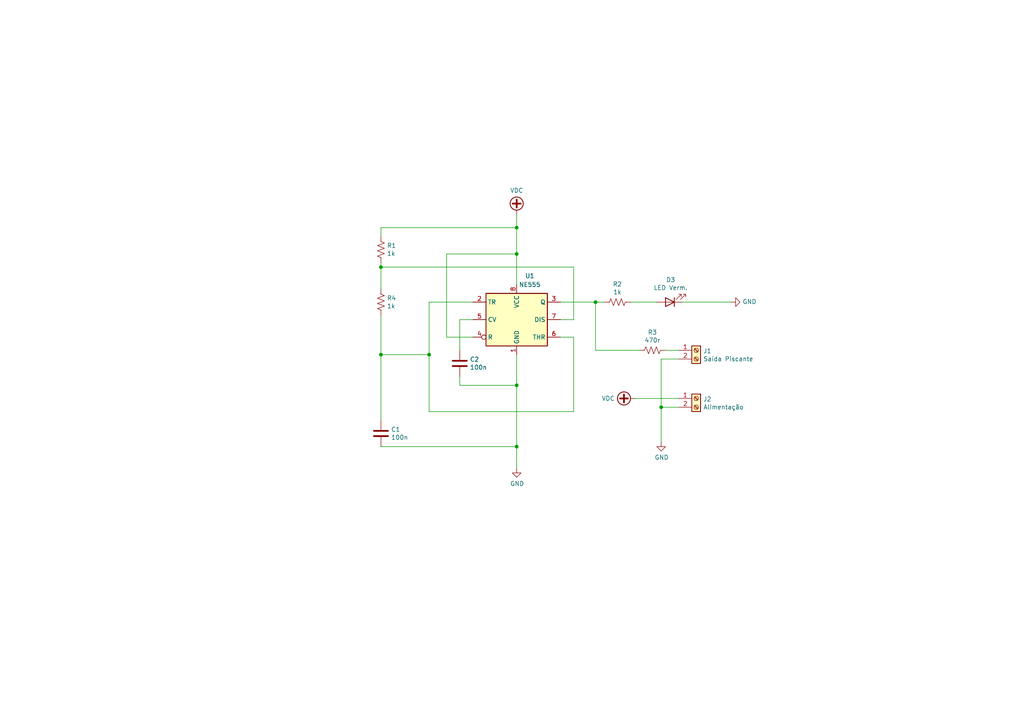
<source format=kicad_sch>
(kicad_sch (version 20231120) (generator "eeschema") (generator_version "8.0")
  (paper "A4")
  (lib_symbols
    (symbol "555-Oscilador-pisca-r01-rescue:GND-power" (power) (pin_names (offset 0))
      (property "Value" "power_GND" (at 0 -3.81 0))
      (symbol "GND-power_0_1"
        (polyline (pts (xy 0 0) (xy 0 -1.27) (xy 1.27 -1.27) (xy 0 -2.54) (xy -1.27 -1.27) (xy 0 -1.27)))
      )
      (symbol "GND-power_1_1"
        (pin power_in line (at 0 0 270) (length 0) hide (name "GND") (number "1"))
      )
    )
    (symbol "555-Oscilador-pisca-r01-rescue:NE555-Timer"
      (property "Reference" "U" (at -10.16 8.89 0))
      (property "Value" "Timer_NE555" (at 2.54 8.89 0))
      (symbol "NE555-Timer_0_0"
        (pin power_in line (at 0 -10.16 90) (length 2.54) (name "GND") (number "1"))
        (pin power_in line (at 0 10.16 270) (length 2.54) (name "VCC") (number "8"))
      )
      (symbol "NE555-Timer_0_1"
        (rectangle (start -8.89 -7.62) (end 8.89 7.62) (stroke (width 0.254)) (fill (type background)))
        (rectangle (start -8.89 -7.62) (end 8.89 7.62) (stroke (width 0.254)) (fill (type background)))
      )
      (symbol "NE555-Timer_1_1"
        (pin input line (at -12.7 5.08 0) (length 3.81) (name "TR") (number "2"))
        (pin output line (at 12.7 5.08 180) (length 3.81) (name "Q") (number "3"))
        (pin input inverted (at -12.7 -5.08 0) (length 3.81) (name "R") (number "4"))
        (pin input line (at -12.7 0 0) (length 3.81) (name "CV") (number "5"))
        (pin input line (at 12.7 -5.08 180) (length 3.81) (name "THR") (number "6"))
        (pin input line (at 12.7 0 180) (length 3.81) (name "DIS") (number "7"))
      )
    )
    (symbol "555-Oscilador-pisca-r01-rescue:VDC-power" (power) (pin_names (offset 0))
      (property "Value" "power_VDC" (at 0 6.35 0))
      (symbol "VDC-power_0_1"
        (polyline (pts (xy -1.143 3.175) (xy 1.143 3.175)) (stroke (width 0.508)))
        (polyline (pts (xy 0 0) (xy 0 1.27)))
        (polyline (pts (xy 0 2.032) (xy 0 4.318)) (stroke (width 0.508)))
        (circle (center 0 3.175) (radius 1.905) (stroke (width 0.254)))
      )
      (symbol "VDC-power_1_1"
        (pin power_in line (at 0 0 90) (length 0) hide (name "VDC") (number "1"))
      )
    )
    (symbol "Connector:Screw_Terminal_01x02" (pin_names (offset 1.016) hide)
      (property "Reference" "J" (at 0 2.54 0))
      (property "Value" "Screw_Terminal_01x02" (at 0 -5.08 0))
      (symbol "Screw_Terminal_01x02_1_1"
        (rectangle (start -1.27 1.27) (end 1.27 -3.81) (stroke (width 0.254)) (fill (type background)))
        (circle (center 0 -2.54) (radius 0.635) (stroke (width 0.1524)))
        (polyline (pts (xy -0.5334 -2.2098) (xy 0.3302 -3.048)) (stroke (width 0.1524)))
        (polyline (pts (xy -0.5334 0.3302) (xy 0.3302 -0.508)) (stroke (width 0.1524)))
        (polyline (pts (xy -0.3556 -2.032) (xy 0.508 -2.8702)) (stroke (width 0.1524)))
        (polyline (pts (xy -0.3556 0.508) (xy 0.508 -0.3302)) (stroke (width 0.1524)))
        (circle (center 0 0) (radius 0.635) (stroke (width 0.1524)))
        (pin passive line (at -5.08 0 0) (length 3.81) (name "Pin_1") (number "1"))
        (pin passive line (at -5.08 -2.54 0) (length 3.81) (name "Pin_2") (number "2"))
      )
    )
    (symbol "Device:C" (pin_numbers hide) (pin_names (offset 0.254))
      (property "Reference" "C" (at 0.635 2.54 0))
      (property "Value" "C" (at 0.635 -2.54 0))
      (symbol "C_0_1"
        (polyline (pts (xy -2.032 -0.762) (xy 2.032 -0.762)) (stroke (width 0.508)))
        (polyline (pts (xy -2.032 0.762) (xy 2.032 0.762)) (stroke (width 0.508)))
      )
      (symbol "C_1_1"
        (pin passive line (at 0 3.81 270) (length 2.794) (name "~") (number "1"))
        (pin passive line (at 0 -3.81 90) (length 2.794) (name "~") (number "2"))
      )
    )
    (symbol "Device:LED" (pin_numbers hide) (pin_names (offset 1.016) hide)
      (property "Reference" "D" (at 0 2.54 0))
      (property "Value" "LED" (at 0 -2.54 0))
      (symbol "LED_0_1"
        (polyline (pts (xy -1.27 -1.27) (xy -1.27 1.27)) (stroke (width 0.254)))
        (polyline (pts (xy -1.27 0) (xy 1.27 0)))
        (polyline (pts (xy 1.27 -1.27) (xy 1.27 1.27) (xy -1.27 0) (xy 1.27 -1.27)) (stroke (width 0.254)))
        (polyline (pts (xy -3.048 -0.762) (xy -4.572 -2.286) (xy -3.81 -2.286) (xy -4.572 -2.286) (xy -4.572 -1.524)))
        (polyline (pts (xy -1.778 -0.762) (xy -3.302 -2.286) (xy -2.54 -2.286) (xy -3.302 -2.286) (xy -3.302 -1.524)))
      )
      (symbol "LED_1_1"
        (pin passive line (at -3.81 0 0) (length 2.54) (name "K") (number "1"))
        (pin passive line (at 3.81 0 180) (length 2.54) (name "A") (number "2"))
      )
    )
    (symbol "Device:R_US" (pin_numbers hide) (pin_names (offset 0))
      (property "Reference" "R" (at 2.54 0 90))
      (property "Value" "R_US" (at -2.54 0 90))
      (symbol "R_US_0_1"
        (polyline (pts (xy 0 -2.286) (xy 0 -2.54)))
        (polyline (pts (xy 0 2.286) (xy 0 2.54)))
        (polyline (pts (xy 0 -0.762) (xy 1.016 -1.143) (xy 0 -1.524) (xy -1.016 -1.905) (xy 0 -2.286)))
        (polyline (pts (xy 0 0.762) (xy 1.016 0.381) (xy 0 0) (xy -1.016 -0.381) (xy 0 -0.762)))
        (polyline (pts (xy 0 2.286) (xy 1.016 1.905) (xy 0 1.524) (xy -1.016 1.143) (xy 0 0.762)))
      )
      (symbol "R_US_1_1"
        (pin passive line (at 0 3.81 270) (length 1.27) (name "~") (number "1"))
        (pin passive line (at 0 -3.81 90) (length 1.27) (name "~") (number "2"))
      )
    )
  )
  (junction (at 110.49 102.87))
  (junction (at 149.86 129.54))
  (junction (at 191.77 118.11))
  (junction (at 172.72 87.63))
  (junction (at 124.46 102.87))
  (junction (at 149.86 66.04))
  (junction (at 110.49 77.47))
  (junction (at 149.86 111.76))
  (junction (at 149.86 73.66))
  (wire (pts (xy 175.26 87.63) (xy 172.72 87.63)))
  (wire (pts (xy 162.56 92.71) (xy 166.37 92.71)))
  (wire (pts (xy 129.54 73.66) (xy 149.86 73.66)))
  (wire (pts (xy 110.49 91.44) (xy 110.49 102.87)))
  (wire (pts (xy 133.35 109.22) (xy 133.35 111.76)))
  (wire (pts (xy 149.86 129.54) (xy 149.86 135.89)))
  (wire (pts (xy 191.77 104.14) (xy 196.85 104.14)))
  (wire (pts (xy 185.42 101.6) (xy 172.72 101.6)))
  (wire (pts (xy 149.86 73.66) (xy 149.86 82.55)))
  (wire (pts (xy 149.86 62.23) (xy 149.86 66.04)))
  (wire (pts (xy 172.72 87.63) (xy 162.56 87.63)))
  (wire (pts (xy 133.35 111.76) (xy 149.86 111.76)))
  (wire (pts (xy 110.49 129.54) (xy 149.86 129.54)))
  (wire (pts (xy 124.46 102.87) (xy 124.46 119.38)))
  (wire (pts (xy 196.85 118.11) (xy 191.77 118.11)))
  (wire (pts (xy 110.49 102.87) (xy 110.49 121.92)))
  (wire (pts (xy 212.09 87.63) (xy 198.12 87.63)))
  (wire (pts (xy 110.49 83.82) (xy 110.49 77.47)))
  (wire (pts (xy 137.16 92.71) (xy 133.35 92.71)))
  (wire (pts (xy 129.54 97.79) (xy 129.54 73.66)))
  (wire (pts (xy 133.35 92.71) (xy 133.35 101.6)))
  (wire (pts (xy 172.72 101.6) (xy 172.72 87.63)))
  (wire (pts (xy 137.16 87.63) (xy 124.46 87.63)))
  (wire (pts (xy 110.49 66.04) (xy 149.86 66.04)))
  (wire (pts (xy 124.46 87.63) (xy 124.46 102.87)))
  (wire (pts (xy 110.49 77.47) (xy 166.37 77.47)))
  (wire (pts (xy 124.46 102.87) (xy 110.49 102.87)))
  (wire (pts (xy 196.85 115.57) (xy 184.15 115.57)))
  (wire (pts (xy 110.49 68.58) (xy 110.49 66.04)))
  (wire (pts (xy 166.37 92.71) (xy 166.37 77.47)))
  (wire (pts (xy 149.86 66.04) (xy 149.86 73.66)))
  (wire (pts (xy 149.86 102.87) (xy 149.86 111.76)))
  (wire (pts (xy 162.56 97.79) (xy 166.37 97.79)))
  (wire (pts (xy 191.77 128.27) (xy 191.77 118.11)))
  (wire (pts (xy 110.49 76.2) (xy 110.49 77.47)))
  (wire (pts (xy 137.16 97.79) (xy 129.54 97.79)))
  (wire (pts (xy 191.77 118.11) (xy 191.77 104.14)))
  (wire (pts (xy 196.85 101.6) (xy 193.04 101.6)))
  (wire (pts (xy 166.37 97.79) (xy 166.37 119.38)))
  (wire (pts (xy 149.86 111.76) (xy 149.86 129.54)))
  (wire (pts (xy 124.46 119.38) (xy 166.37 119.38)))
  (wire (pts (xy 190.5 87.63) (xy 182.88 87.63)))
  (symbol (lib_id "555-Oscilador-pisca-r01-rescue:NE555-Timer") (at 149.86 92.71 0) (unit 1)
    (property "Reference" "U1" (at 153.67 80.01 0))
    (property "Value" "NE555" (at 153.67 82.55 0))
    (property "Footprint" "Package_DIP:DIP-8_W7.62mm_Socket_LongPads" (effects (hide yes)))
    (property "Datasheet" "http://www.ti.com/lit/ds/symlink/ne555.pdf" (effects (hide yes)))
  )
  (symbol (lib_id "555-Oscilador-pisca-r01-rescue:GND-power") (at 149.86 135.89 0) (unit 1)
    (property "Reference" "#PWR0101" (effects (hide yes)))
    (property "Value" "GND" (at 149.987 140.2842 0))
  )
  (symbol (lib_id "555-Oscilador-pisca-r01-rescue:VDC-power") (at 149.86 62.23 0) (unit 1)
    (property "Reference" "#PWR0102" (effects (hide yes)))
    (property "Value" "VDC" (at 149.86 55.245 0))
  )
  (symbol (lib_id "Device:R_US") (at 110.49 72.39 0) (unit 1)
    (property "Reference" "R1" (at 112.2172 71.2216 0) (effects (justify left)))
    (property "Value" "1k" (at 112.2172 73.533 0) (effects (justify left)))
    (property "Footprint" "Resistor_THT:R_Axial_DIN0207_L6.3mm_D2.5mm_P10.16mm_Horizontal" (effects (hide yes)))
  )
  (symbol (lib_id "Device:C") (at 133.35 105.41 0) (unit 1)
    (property "Reference" "C2" (at 136.271 104.2416 0) (effects (justify left)))
    (property "Value" "100n" (at 136.271 106.553 0) (effects (justify left)))
    (property "Footprint" "Capacitor_THT:C_Disc_D3.0mm_W2.0mm_P2.50mm" (effects (hide yes)))
  )
  (symbol (lib_id "Device:R_US") (at 179.07 87.63 270) (unit 1)
    (property "Reference" "R2" (at 179.07 82.423 90))
    (property "Value" "1k" (at 179.07 84.7344 90))
    (property "Footprint" "Resistor_THT:R_Axial_DIN0207_L6.3mm_D2.5mm_P10.16mm_Horizontal" (effects (hide yes)))
  )
  (symbol (lib_id "Device:LED") (at 194.31 87.63 180) (unit 1)
    (property "Reference" "D3" (at 194.5132 81.153 0))
    (property "Value" "LED Verm." (at 194.5132 83.4644 0))
    (property "Footprint" "LED_THT:LED_D5.0mm_Clear" (effects (hide yes)))
  )
  (symbol (lib_id "Device:C") (at 110.49 125.73 0) (unit 1)
    (property "Reference" "C1" (at 113.411 124.5616 0) (effects (justify left)))
    (property "Value" "100n" (at 113.411 126.873 0) (effects (justify left)))
    (property "Footprint" "Capacitor_THT:C_Disc_D3.0mm_W2.0mm_P2.50mm" (effects (hide yes)))
  )
  (symbol (lib_id "555-Oscilador-pisca-r01-rescue:GND-power") (at 212.09 87.63 90) (unit 1)
    (property "Reference" "#PWR0103" (effects (hide yes)))
    (property "Value" "GND" (at 215.3412 87.503 90) (effects (justify right)))
  )
  (symbol (lib_id "Connector:Screw_Terminal_01x02") (at 201.93 115.57 0) (unit 1)
    (property "Reference" "J2" (at 203.962 115.7732 0) (effects (justify left)))
    (property "Value" "Alimentação" (at 203.962 118.0846 0) (effects (justify left)))
    (property "Footprint" "Connector_Phoenix_MC_HighVoltage:PhoenixContact_MCV_1,5_2-G-5.08_1x02_P5.08mm_Vertical" (effects (hide yes)))
  )
  (symbol (lib_id "Connector:Screw_Terminal_01x02") (at 201.93 101.6 0) (unit 1)
    (property "Reference" "J1" (at 203.962 101.8032 0) (effects (justify left)))
    (property "Value" "Saída Piscante" (at 203.962 104.1146 0) (effects (justify left)))
    (property "Footprint" "Connector_Phoenix_MC_HighVoltage:PhoenixContact_MCV_1,5_2-G-5.08_1x02_P5.08mm_Vertical" (effects (hide yes)))
  )
  (symbol (lib_id "Device:R_US") (at 189.23 101.6 270) (unit 1)
    (property "Reference" "R3" (at 189.23 96.393 90))
    (property "Value" "470r" (at 189.23 98.7044 90))
    (property "Footprint" "Resistor_THT:R_Axial_DIN0207_L6.3mm_D2.5mm_P10.16mm_Horizontal" (effects (hide yes)))
  )
  (symbol (lib_id "555-Oscilador-pisca-r01-rescue:GND-power") (at 191.77 128.27 0) (unit 1)
    (property "Reference" "#PWR0104" (effects (hide yes)))
    (property "Value" "GND" (at 191.897 132.6642 0))
  )
  (symbol (lib_id "555-Oscilador-pisca-r01-rescue:VDC-power") (at 184.15 115.57 90) (unit 1)
    (property "Reference" "#PWR0105" (effects (hide yes)))
    (property "Value" "VDC" (at 178.3334 115.57 90) (effects (justify left)))
  )
  (symbol (lib_id "Device:R_US") (at 110.49 87.63 0) (unit 1)
    (property "Reference" "R4" (at 112.2172 86.4616 0) (effects (justify left)))
    (property "Value" "1k" (at 112.2172 88.773 0) (effects (justify left)))
    (property "Footprint" "Resistor_THT:R_Axial_DIN0207_L6.3mm_D2.5mm_P10.16mm_Horizontal" (effects (hide yes)))
  )
)
</source>
